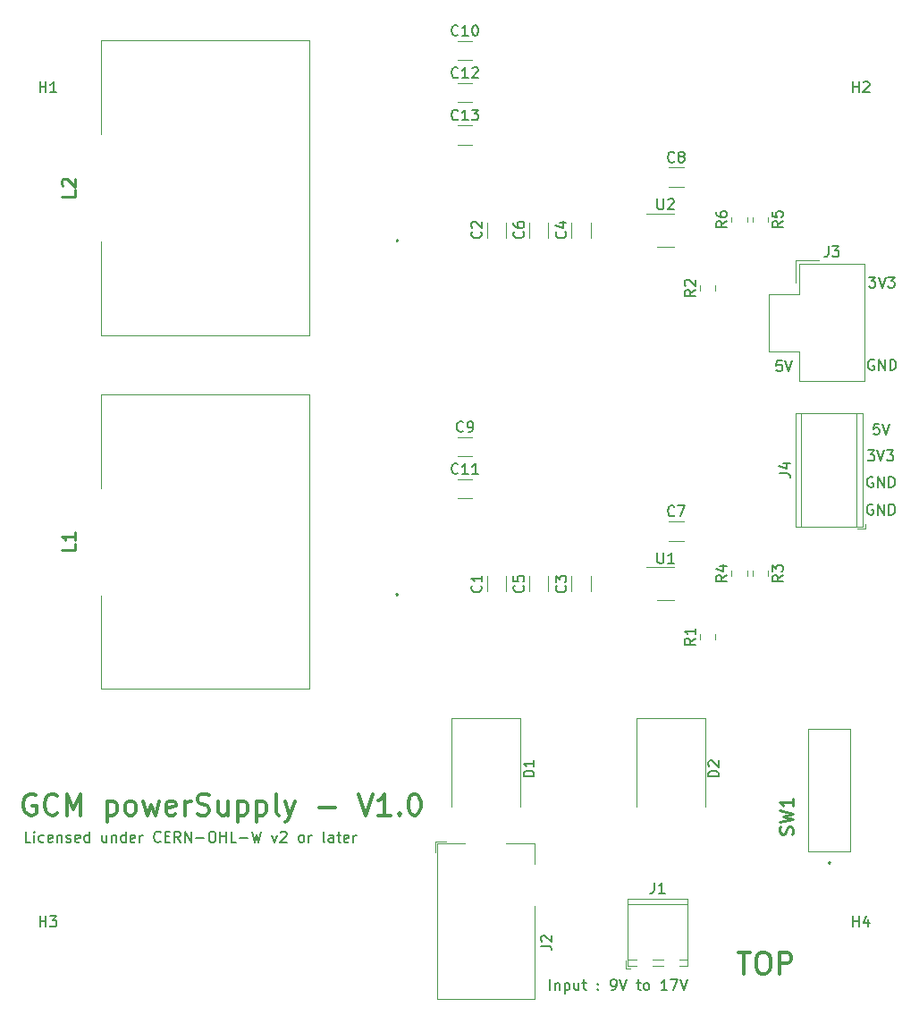
<source format=gbr>
%TF.GenerationSoftware,KiCad,Pcbnew,(5.1.8)-1*%
%TF.CreationDate,2021-03-29T18:58:24+02:00*%
%TF.ProjectId,GCM_powerSupply,47434d5f-706f-4776-9572-537570706c79,V1.0*%
%TF.SameCoordinates,PX43b5fc0PY29020c0*%
%TF.FileFunction,Legend,Top*%
%TF.FilePolarity,Positive*%
%FSLAX46Y46*%
G04 Gerber Fmt 4.6, Leading zero omitted, Abs format (unit mm)*
G04 Created by KiCad (PCBNEW (5.1.8)-1) date 2021-03-29 18:58:24*
%MOMM*%
%LPD*%
G01*
G04 APERTURE LIST*
%ADD10C,0.150000*%
%ADD11C,0.300000*%
%ADD12C,0.120000*%
%ADD13C,0.100000*%
%ADD14C,0.200000*%
%ADD15C,0.254000*%
G04 APERTURE END LIST*
D10*
X82238095Y-33800000D02*
X82142857Y-33752380D01*
X82000000Y-33752380D01*
X81857142Y-33800000D01*
X81761904Y-33895238D01*
X81714285Y-33990476D01*
X81666666Y-34180952D01*
X81666666Y-34323809D01*
X81714285Y-34514285D01*
X81761904Y-34609523D01*
X81857142Y-34704761D01*
X82000000Y-34752380D01*
X82095238Y-34752380D01*
X82238095Y-34704761D01*
X82285714Y-34657142D01*
X82285714Y-34323809D01*
X82095238Y-34323809D01*
X82714285Y-34752380D02*
X82714285Y-33752380D01*
X83285714Y-34752380D01*
X83285714Y-33752380D01*
X83761904Y-34752380D02*
X83761904Y-33752380D01*
X84000000Y-33752380D01*
X84142857Y-33800000D01*
X84238095Y-33895238D01*
X84285714Y-33990476D01*
X84333333Y-34180952D01*
X84333333Y-34323809D01*
X84285714Y-34514285D01*
X84238095Y-34609523D01*
X84142857Y-34704761D01*
X84000000Y-34752380D01*
X83761904Y-34752380D01*
X81761904Y-25952380D02*
X82380952Y-25952380D01*
X82047619Y-26333333D01*
X82190476Y-26333333D01*
X82285714Y-26380952D01*
X82333333Y-26428571D01*
X82380952Y-26523809D01*
X82380952Y-26761904D01*
X82333333Y-26857142D01*
X82285714Y-26904761D01*
X82190476Y-26952380D01*
X81904761Y-26952380D01*
X81809523Y-26904761D01*
X81761904Y-26857142D01*
X82666666Y-25952380D02*
X83000000Y-26952380D01*
X83333333Y-25952380D01*
X83571428Y-25952380D02*
X84190476Y-25952380D01*
X83857142Y-26333333D01*
X84000000Y-26333333D01*
X84095238Y-26380952D01*
X84142857Y-26428571D01*
X84190476Y-26523809D01*
X84190476Y-26761904D01*
X84142857Y-26857142D01*
X84095238Y-26904761D01*
X84000000Y-26952380D01*
X83714285Y-26952380D01*
X83619047Y-26904761D01*
X83571428Y-26857142D01*
X73509523Y-33852380D02*
X73033333Y-33852380D01*
X72985714Y-34328571D01*
X73033333Y-34280952D01*
X73128571Y-34233333D01*
X73366666Y-34233333D01*
X73461904Y-34280952D01*
X73509523Y-34328571D01*
X73557142Y-34423809D01*
X73557142Y-34661904D01*
X73509523Y-34757142D01*
X73461904Y-34804761D01*
X73366666Y-34852380D01*
X73128571Y-34852380D01*
X73033333Y-34804761D01*
X72985714Y-34757142D01*
X73842857Y-33852380D02*
X74176190Y-34852380D01*
X74509523Y-33852380D01*
X82138095Y-47500000D02*
X82042857Y-47452380D01*
X81900000Y-47452380D01*
X81757142Y-47500000D01*
X81661904Y-47595238D01*
X81614285Y-47690476D01*
X81566666Y-47880952D01*
X81566666Y-48023809D01*
X81614285Y-48214285D01*
X81661904Y-48309523D01*
X81757142Y-48404761D01*
X81900000Y-48452380D01*
X81995238Y-48452380D01*
X82138095Y-48404761D01*
X82185714Y-48357142D01*
X82185714Y-48023809D01*
X81995238Y-48023809D01*
X82614285Y-48452380D02*
X82614285Y-47452380D01*
X83185714Y-48452380D01*
X83185714Y-47452380D01*
X83661904Y-48452380D02*
X83661904Y-47452380D01*
X83900000Y-47452380D01*
X84042857Y-47500000D01*
X84138095Y-47595238D01*
X84185714Y-47690476D01*
X84233333Y-47880952D01*
X84233333Y-48023809D01*
X84185714Y-48214285D01*
X84138095Y-48309523D01*
X84042857Y-48404761D01*
X83900000Y-48452380D01*
X83661904Y-48452380D01*
X82138095Y-44900000D02*
X82042857Y-44852380D01*
X81900000Y-44852380D01*
X81757142Y-44900000D01*
X81661904Y-44995238D01*
X81614285Y-45090476D01*
X81566666Y-45280952D01*
X81566666Y-45423809D01*
X81614285Y-45614285D01*
X81661904Y-45709523D01*
X81757142Y-45804761D01*
X81900000Y-45852380D01*
X81995238Y-45852380D01*
X82138095Y-45804761D01*
X82185714Y-45757142D01*
X82185714Y-45423809D01*
X81995238Y-45423809D01*
X82614285Y-45852380D02*
X82614285Y-44852380D01*
X83185714Y-45852380D01*
X83185714Y-44852380D01*
X83661904Y-45852380D02*
X83661904Y-44852380D01*
X83900000Y-44852380D01*
X84042857Y-44900000D01*
X84138095Y-44995238D01*
X84185714Y-45090476D01*
X84233333Y-45280952D01*
X84233333Y-45423809D01*
X84185714Y-45614285D01*
X84138095Y-45709523D01*
X84042857Y-45804761D01*
X83900000Y-45852380D01*
X83661904Y-45852380D01*
X81661904Y-42352380D02*
X82280952Y-42352380D01*
X81947619Y-42733333D01*
X82090476Y-42733333D01*
X82185714Y-42780952D01*
X82233333Y-42828571D01*
X82280952Y-42923809D01*
X82280952Y-43161904D01*
X82233333Y-43257142D01*
X82185714Y-43304761D01*
X82090476Y-43352380D01*
X81804761Y-43352380D01*
X81709523Y-43304761D01*
X81661904Y-43257142D01*
X82566666Y-42352380D02*
X82900000Y-43352380D01*
X83233333Y-42352380D01*
X83471428Y-42352380D02*
X84090476Y-42352380D01*
X83757142Y-42733333D01*
X83900000Y-42733333D01*
X83995238Y-42780952D01*
X84042857Y-42828571D01*
X84090476Y-42923809D01*
X84090476Y-43161904D01*
X84042857Y-43257142D01*
X83995238Y-43304761D01*
X83900000Y-43352380D01*
X83614285Y-43352380D01*
X83519047Y-43304761D01*
X83471428Y-43257142D01*
X82709523Y-39852380D02*
X82233333Y-39852380D01*
X82185714Y-40328571D01*
X82233333Y-40280952D01*
X82328571Y-40233333D01*
X82566666Y-40233333D01*
X82661904Y-40280952D01*
X82709523Y-40328571D01*
X82757142Y-40423809D01*
X82757142Y-40661904D01*
X82709523Y-40757142D01*
X82661904Y-40804761D01*
X82566666Y-40852380D01*
X82328571Y-40852380D01*
X82233333Y-40804761D01*
X82185714Y-40757142D01*
X83042857Y-39852380D02*
X83376190Y-40852380D01*
X83709523Y-39852380D01*
X51571428Y-93452380D02*
X51571428Y-92452380D01*
X52047619Y-92785714D02*
X52047619Y-93452380D01*
X52047619Y-92880952D02*
X52095238Y-92833333D01*
X52190476Y-92785714D01*
X52333333Y-92785714D01*
X52428571Y-92833333D01*
X52476190Y-92928571D01*
X52476190Y-93452380D01*
X52952380Y-92785714D02*
X52952380Y-93785714D01*
X52952380Y-92833333D02*
X53047619Y-92785714D01*
X53238095Y-92785714D01*
X53333333Y-92833333D01*
X53380952Y-92880952D01*
X53428571Y-92976190D01*
X53428571Y-93261904D01*
X53380952Y-93357142D01*
X53333333Y-93404761D01*
X53238095Y-93452380D01*
X53047619Y-93452380D01*
X52952380Y-93404761D01*
X54285714Y-92785714D02*
X54285714Y-93452380D01*
X53857142Y-92785714D02*
X53857142Y-93309523D01*
X53904761Y-93404761D01*
X54000000Y-93452380D01*
X54142857Y-93452380D01*
X54238095Y-93404761D01*
X54285714Y-93357142D01*
X54619047Y-92785714D02*
X55000000Y-92785714D01*
X54761904Y-92452380D02*
X54761904Y-93309523D01*
X54809523Y-93404761D01*
X54904761Y-93452380D01*
X55000000Y-93452380D01*
X56095238Y-93357142D02*
X56142857Y-93404761D01*
X56095238Y-93452380D01*
X56047619Y-93404761D01*
X56095238Y-93357142D01*
X56095238Y-93452380D01*
X56095238Y-92833333D02*
X56142857Y-92880952D01*
X56095238Y-92928571D01*
X56047619Y-92880952D01*
X56095238Y-92833333D01*
X56095238Y-92928571D01*
X57380952Y-93452380D02*
X57571428Y-93452380D01*
X57666666Y-93404761D01*
X57714285Y-93357142D01*
X57809523Y-93214285D01*
X57857142Y-93023809D01*
X57857142Y-92642857D01*
X57809523Y-92547619D01*
X57761904Y-92500000D01*
X57666666Y-92452380D01*
X57476190Y-92452380D01*
X57380952Y-92500000D01*
X57333333Y-92547619D01*
X57285714Y-92642857D01*
X57285714Y-92880952D01*
X57333333Y-92976190D01*
X57380952Y-93023809D01*
X57476190Y-93071428D01*
X57666666Y-93071428D01*
X57761904Y-93023809D01*
X57809523Y-92976190D01*
X57857142Y-92880952D01*
X58142857Y-92452380D02*
X58476190Y-93452380D01*
X58809523Y-92452380D01*
X59761904Y-92785714D02*
X60142857Y-92785714D01*
X59904761Y-92452380D02*
X59904761Y-93309523D01*
X59952380Y-93404761D01*
X60047619Y-93452380D01*
X60142857Y-93452380D01*
X60619047Y-93452380D02*
X60523809Y-93404761D01*
X60476190Y-93357142D01*
X60428571Y-93261904D01*
X60428571Y-92976190D01*
X60476190Y-92880952D01*
X60523809Y-92833333D01*
X60619047Y-92785714D01*
X60761904Y-92785714D01*
X60857142Y-92833333D01*
X60904761Y-92880952D01*
X60952380Y-92976190D01*
X60952380Y-93261904D01*
X60904761Y-93357142D01*
X60857142Y-93404761D01*
X60761904Y-93452380D01*
X60619047Y-93452380D01*
X62666666Y-93452380D02*
X62095238Y-93452380D01*
X62380952Y-93452380D02*
X62380952Y-92452380D01*
X62285714Y-92595238D01*
X62190476Y-92690476D01*
X62095238Y-92738095D01*
X63000000Y-92452380D02*
X63666666Y-92452380D01*
X63238095Y-93452380D01*
X63904761Y-92452380D02*
X64238095Y-93452380D01*
X64571428Y-92452380D01*
D11*
X2833333Y-75000000D02*
X2642857Y-74904761D01*
X2357142Y-74904761D01*
X2071428Y-75000000D01*
X1880952Y-75190476D01*
X1785714Y-75380952D01*
X1690476Y-75761904D01*
X1690476Y-76047619D01*
X1785714Y-76428571D01*
X1880952Y-76619047D01*
X2071428Y-76809523D01*
X2357142Y-76904761D01*
X2547619Y-76904761D01*
X2833333Y-76809523D01*
X2928571Y-76714285D01*
X2928571Y-76047619D01*
X2547619Y-76047619D01*
X4928571Y-76714285D02*
X4833333Y-76809523D01*
X4547619Y-76904761D01*
X4357142Y-76904761D01*
X4071428Y-76809523D01*
X3880952Y-76619047D01*
X3785714Y-76428571D01*
X3690476Y-76047619D01*
X3690476Y-75761904D01*
X3785714Y-75380952D01*
X3880952Y-75190476D01*
X4071428Y-75000000D01*
X4357142Y-74904761D01*
X4547619Y-74904761D01*
X4833333Y-75000000D01*
X4928571Y-75095238D01*
X5785714Y-76904761D02*
X5785714Y-74904761D01*
X6452380Y-76333333D01*
X7119047Y-74904761D01*
X7119047Y-76904761D01*
X9595238Y-75571428D02*
X9595238Y-77571428D01*
X9595238Y-75666666D02*
X9785714Y-75571428D01*
X10166666Y-75571428D01*
X10357142Y-75666666D01*
X10452380Y-75761904D01*
X10547619Y-75952380D01*
X10547619Y-76523809D01*
X10452380Y-76714285D01*
X10357142Y-76809523D01*
X10166666Y-76904761D01*
X9785714Y-76904761D01*
X9595238Y-76809523D01*
X11690476Y-76904761D02*
X11500000Y-76809523D01*
X11404761Y-76714285D01*
X11309523Y-76523809D01*
X11309523Y-75952380D01*
X11404761Y-75761904D01*
X11500000Y-75666666D01*
X11690476Y-75571428D01*
X11976190Y-75571428D01*
X12166666Y-75666666D01*
X12261904Y-75761904D01*
X12357142Y-75952380D01*
X12357142Y-76523809D01*
X12261904Y-76714285D01*
X12166666Y-76809523D01*
X11976190Y-76904761D01*
X11690476Y-76904761D01*
X13023809Y-75571428D02*
X13404761Y-76904761D01*
X13785714Y-75952380D01*
X14166666Y-76904761D01*
X14547619Y-75571428D01*
X16071428Y-76809523D02*
X15880952Y-76904761D01*
X15500000Y-76904761D01*
X15309523Y-76809523D01*
X15214285Y-76619047D01*
X15214285Y-75857142D01*
X15309523Y-75666666D01*
X15500000Y-75571428D01*
X15880952Y-75571428D01*
X16071428Y-75666666D01*
X16166666Y-75857142D01*
X16166666Y-76047619D01*
X15214285Y-76238095D01*
X17023809Y-76904761D02*
X17023809Y-75571428D01*
X17023809Y-75952380D02*
X17119047Y-75761904D01*
X17214285Y-75666666D01*
X17404761Y-75571428D01*
X17595238Y-75571428D01*
X18166666Y-76809523D02*
X18452380Y-76904761D01*
X18928571Y-76904761D01*
X19119047Y-76809523D01*
X19214285Y-76714285D01*
X19309523Y-76523809D01*
X19309523Y-76333333D01*
X19214285Y-76142857D01*
X19119047Y-76047619D01*
X18928571Y-75952380D01*
X18547619Y-75857142D01*
X18357142Y-75761904D01*
X18261904Y-75666666D01*
X18166666Y-75476190D01*
X18166666Y-75285714D01*
X18261904Y-75095238D01*
X18357142Y-75000000D01*
X18547619Y-74904761D01*
X19023809Y-74904761D01*
X19309523Y-75000000D01*
X21023809Y-75571428D02*
X21023809Y-76904761D01*
X20166666Y-75571428D02*
X20166666Y-76619047D01*
X20261904Y-76809523D01*
X20452380Y-76904761D01*
X20738095Y-76904761D01*
X20928571Y-76809523D01*
X21023809Y-76714285D01*
X21976190Y-75571428D02*
X21976190Y-77571428D01*
X21976190Y-75666666D02*
X22166666Y-75571428D01*
X22547619Y-75571428D01*
X22738095Y-75666666D01*
X22833333Y-75761904D01*
X22928571Y-75952380D01*
X22928571Y-76523809D01*
X22833333Y-76714285D01*
X22738095Y-76809523D01*
X22547619Y-76904761D01*
X22166666Y-76904761D01*
X21976190Y-76809523D01*
X23785714Y-75571428D02*
X23785714Y-77571428D01*
X23785714Y-75666666D02*
X23976190Y-75571428D01*
X24357142Y-75571428D01*
X24547619Y-75666666D01*
X24642857Y-75761904D01*
X24738095Y-75952380D01*
X24738095Y-76523809D01*
X24642857Y-76714285D01*
X24547619Y-76809523D01*
X24357142Y-76904761D01*
X23976190Y-76904761D01*
X23785714Y-76809523D01*
X25880952Y-76904761D02*
X25690476Y-76809523D01*
X25595238Y-76619047D01*
X25595238Y-74904761D01*
X26452380Y-75571428D02*
X26928571Y-76904761D01*
X27404761Y-75571428D02*
X26928571Y-76904761D01*
X26738095Y-77380952D01*
X26642857Y-77476190D01*
X26452380Y-77571428D01*
X29690476Y-76142857D02*
X31214285Y-76142857D01*
X33404761Y-74904761D02*
X34071428Y-76904761D01*
X34738095Y-74904761D01*
X36452380Y-76904761D02*
X35309523Y-76904761D01*
X35880952Y-76904761D02*
X35880952Y-74904761D01*
X35690476Y-75190476D01*
X35500000Y-75380952D01*
X35309523Y-75476190D01*
X37309523Y-76714285D02*
X37404761Y-76809523D01*
X37309523Y-76904761D01*
X37214285Y-76809523D01*
X37309523Y-76714285D01*
X37309523Y-76904761D01*
X38642857Y-74904761D02*
X38833333Y-74904761D01*
X39023809Y-75000000D01*
X39119047Y-75095238D01*
X39214285Y-75285714D01*
X39309523Y-75666666D01*
X39309523Y-76142857D01*
X39214285Y-76523809D01*
X39119047Y-76714285D01*
X39023809Y-76809523D01*
X38833333Y-76904761D01*
X38642857Y-76904761D01*
X38452380Y-76809523D01*
X38357142Y-76714285D01*
X38261904Y-76523809D01*
X38166666Y-76142857D01*
X38166666Y-75666666D01*
X38261904Y-75285714D01*
X38357142Y-75095238D01*
X38452380Y-75000000D01*
X38642857Y-74904761D01*
D10*
X2380952Y-79452380D02*
X1904761Y-79452380D01*
X1904761Y-78452380D01*
X2714285Y-79452380D02*
X2714285Y-78785714D01*
X2714285Y-78452380D02*
X2666666Y-78500000D01*
X2714285Y-78547619D01*
X2761904Y-78500000D01*
X2714285Y-78452380D01*
X2714285Y-78547619D01*
X3619047Y-79404761D02*
X3523809Y-79452380D01*
X3333333Y-79452380D01*
X3238095Y-79404761D01*
X3190476Y-79357142D01*
X3142857Y-79261904D01*
X3142857Y-78976190D01*
X3190476Y-78880952D01*
X3238095Y-78833333D01*
X3333333Y-78785714D01*
X3523809Y-78785714D01*
X3619047Y-78833333D01*
X4428571Y-79404761D02*
X4333333Y-79452380D01*
X4142857Y-79452380D01*
X4047619Y-79404761D01*
X3999999Y-79309523D01*
X3999999Y-78928571D01*
X4047619Y-78833333D01*
X4142857Y-78785714D01*
X4333333Y-78785714D01*
X4428571Y-78833333D01*
X4476190Y-78928571D01*
X4476190Y-79023809D01*
X3999999Y-79119047D01*
X4904761Y-78785714D02*
X4904761Y-79452380D01*
X4904761Y-78880952D02*
X4952380Y-78833333D01*
X5047619Y-78785714D01*
X5190476Y-78785714D01*
X5285714Y-78833333D01*
X5333333Y-78928571D01*
X5333333Y-79452380D01*
X5761904Y-79404761D02*
X5857142Y-79452380D01*
X6047619Y-79452380D01*
X6142857Y-79404761D01*
X6190476Y-79309523D01*
X6190476Y-79261904D01*
X6142857Y-79166666D01*
X6047619Y-79119047D01*
X5904761Y-79119047D01*
X5809523Y-79071428D01*
X5761904Y-78976190D01*
X5761904Y-78928571D01*
X5809523Y-78833333D01*
X5904761Y-78785714D01*
X6047619Y-78785714D01*
X6142857Y-78833333D01*
X6999999Y-79404761D02*
X6904761Y-79452380D01*
X6714285Y-79452380D01*
X6619047Y-79404761D01*
X6571428Y-79309523D01*
X6571428Y-78928571D01*
X6619047Y-78833333D01*
X6714285Y-78785714D01*
X6904761Y-78785714D01*
X6999999Y-78833333D01*
X7047619Y-78928571D01*
X7047619Y-79023809D01*
X6571428Y-79119047D01*
X7904761Y-79452380D02*
X7904761Y-78452380D01*
X7904761Y-79404761D02*
X7809523Y-79452380D01*
X7619047Y-79452380D01*
X7523809Y-79404761D01*
X7476190Y-79357142D01*
X7428571Y-79261904D01*
X7428571Y-78976190D01*
X7476190Y-78880952D01*
X7523809Y-78833333D01*
X7619047Y-78785714D01*
X7809523Y-78785714D01*
X7904761Y-78833333D01*
X9571428Y-78785714D02*
X9571428Y-79452380D01*
X9142857Y-78785714D02*
X9142857Y-79309523D01*
X9190476Y-79404761D01*
X9285714Y-79452380D01*
X9428571Y-79452380D01*
X9523809Y-79404761D01*
X9571428Y-79357142D01*
X10047619Y-78785714D02*
X10047619Y-79452380D01*
X10047619Y-78880952D02*
X10095238Y-78833333D01*
X10190476Y-78785714D01*
X10333333Y-78785714D01*
X10428571Y-78833333D01*
X10476190Y-78928571D01*
X10476190Y-79452380D01*
X11380952Y-79452380D02*
X11380952Y-78452380D01*
X11380952Y-79404761D02*
X11285714Y-79452380D01*
X11095238Y-79452380D01*
X10999999Y-79404761D01*
X10952380Y-79357142D01*
X10904761Y-79261904D01*
X10904761Y-78976190D01*
X10952380Y-78880952D01*
X10999999Y-78833333D01*
X11095238Y-78785714D01*
X11285714Y-78785714D01*
X11380952Y-78833333D01*
X12238095Y-79404761D02*
X12142857Y-79452380D01*
X11952380Y-79452380D01*
X11857142Y-79404761D01*
X11809523Y-79309523D01*
X11809523Y-78928571D01*
X11857142Y-78833333D01*
X11952380Y-78785714D01*
X12142857Y-78785714D01*
X12238095Y-78833333D01*
X12285714Y-78928571D01*
X12285714Y-79023809D01*
X11809523Y-79119047D01*
X12714285Y-79452380D02*
X12714285Y-78785714D01*
X12714285Y-78976190D02*
X12761904Y-78880952D01*
X12809523Y-78833333D01*
X12904761Y-78785714D01*
X12999999Y-78785714D01*
X14666666Y-79357142D02*
X14619047Y-79404761D01*
X14476190Y-79452380D01*
X14380952Y-79452380D01*
X14238095Y-79404761D01*
X14142857Y-79309523D01*
X14095238Y-79214285D01*
X14047619Y-79023809D01*
X14047619Y-78880952D01*
X14095238Y-78690476D01*
X14142857Y-78595238D01*
X14238095Y-78500000D01*
X14380952Y-78452380D01*
X14476190Y-78452380D01*
X14619047Y-78500000D01*
X14666666Y-78547619D01*
X15095238Y-78928571D02*
X15428571Y-78928571D01*
X15571428Y-79452380D02*
X15095238Y-79452380D01*
X15095238Y-78452380D01*
X15571428Y-78452380D01*
X16571428Y-79452380D02*
X16238095Y-78976190D01*
X15999999Y-79452380D02*
X15999999Y-78452380D01*
X16380952Y-78452380D01*
X16476190Y-78500000D01*
X16523809Y-78547619D01*
X16571428Y-78642857D01*
X16571428Y-78785714D01*
X16523809Y-78880952D01*
X16476190Y-78928571D01*
X16380952Y-78976190D01*
X15999999Y-78976190D01*
X16999999Y-79452380D02*
X16999999Y-78452380D01*
X17571428Y-79452380D01*
X17571428Y-78452380D01*
X18047619Y-79071428D02*
X18809523Y-79071428D01*
X19476190Y-78452380D02*
X19666666Y-78452380D01*
X19761904Y-78500000D01*
X19857142Y-78595238D01*
X19904761Y-78785714D01*
X19904761Y-79119047D01*
X19857142Y-79309523D01*
X19761904Y-79404761D01*
X19666666Y-79452380D01*
X19476190Y-79452380D01*
X19380952Y-79404761D01*
X19285714Y-79309523D01*
X19238095Y-79119047D01*
X19238095Y-78785714D01*
X19285714Y-78595238D01*
X19380952Y-78500000D01*
X19476190Y-78452380D01*
X20333333Y-79452380D02*
X20333333Y-78452380D01*
X20333333Y-78928571D02*
X20904761Y-78928571D01*
X20904761Y-79452380D02*
X20904761Y-78452380D01*
X21857142Y-79452380D02*
X21380952Y-79452380D01*
X21380952Y-78452380D01*
X22190476Y-79071428D02*
X22952380Y-79071428D01*
X23333333Y-78452380D02*
X23571428Y-79452380D01*
X23761904Y-78738095D01*
X23952380Y-79452380D01*
X24190476Y-78452380D01*
X25238095Y-78785714D02*
X25476190Y-79452380D01*
X25714285Y-78785714D01*
X26047619Y-78547619D02*
X26095238Y-78500000D01*
X26190476Y-78452380D01*
X26428571Y-78452380D01*
X26523809Y-78500000D01*
X26571428Y-78547619D01*
X26619047Y-78642857D01*
X26619047Y-78738095D01*
X26571428Y-78880952D01*
X25999999Y-79452380D01*
X26619047Y-79452380D01*
X27952380Y-79452380D02*
X27857142Y-79404761D01*
X27809523Y-79357142D01*
X27761904Y-79261904D01*
X27761904Y-78976190D01*
X27809523Y-78880952D01*
X27857142Y-78833333D01*
X27952380Y-78785714D01*
X28095238Y-78785714D01*
X28190476Y-78833333D01*
X28238095Y-78880952D01*
X28285714Y-78976190D01*
X28285714Y-79261904D01*
X28238095Y-79357142D01*
X28190476Y-79404761D01*
X28095238Y-79452380D01*
X27952380Y-79452380D01*
X28714285Y-79452380D02*
X28714285Y-78785714D01*
X28714285Y-78976190D02*
X28761904Y-78880952D01*
X28809523Y-78833333D01*
X28904761Y-78785714D01*
X28999999Y-78785714D01*
X30238095Y-79452380D02*
X30142857Y-79404761D01*
X30095238Y-79309523D01*
X30095238Y-78452380D01*
X31047619Y-79452380D02*
X31047619Y-78928571D01*
X30999999Y-78833333D01*
X30904761Y-78785714D01*
X30714285Y-78785714D01*
X30619047Y-78833333D01*
X31047619Y-79404761D02*
X30952380Y-79452380D01*
X30714285Y-79452380D01*
X30619047Y-79404761D01*
X30571428Y-79309523D01*
X30571428Y-79214285D01*
X30619047Y-79119047D01*
X30714285Y-79071428D01*
X30952380Y-79071428D01*
X31047619Y-79023809D01*
X31380952Y-78785714D02*
X31761904Y-78785714D01*
X31523809Y-78452380D02*
X31523809Y-79309523D01*
X31571428Y-79404761D01*
X31666666Y-79452380D01*
X31761904Y-79452380D01*
X32476190Y-79404761D02*
X32380952Y-79452380D01*
X32190476Y-79452380D01*
X32095238Y-79404761D01*
X32047619Y-79309523D01*
X32047619Y-78928571D01*
X32095238Y-78833333D01*
X32190476Y-78785714D01*
X32380952Y-78785714D01*
X32476190Y-78833333D01*
X32523809Y-78928571D01*
X32523809Y-79023809D01*
X32047619Y-79119047D01*
X32952380Y-79452380D02*
X32952380Y-78785714D01*
X32952380Y-78976190D02*
X32999999Y-78880952D01*
X33047619Y-78833333D01*
X33142857Y-78785714D01*
X33238095Y-78785714D01*
D11*
X69380952Y-89904761D02*
X70523809Y-89904761D01*
X69952380Y-91904761D02*
X69952380Y-89904761D01*
X71571428Y-89904761D02*
X71952380Y-89904761D01*
X72142857Y-90000000D01*
X72333333Y-90190476D01*
X72428571Y-90571428D01*
X72428571Y-91238095D01*
X72333333Y-91619047D01*
X72142857Y-91809523D01*
X71952380Y-91904761D01*
X71571428Y-91904761D01*
X71380952Y-91809523D01*
X71190476Y-91619047D01*
X71095238Y-91238095D01*
X71095238Y-90571428D01*
X71190476Y-90190476D01*
X71380952Y-90000000D01*
X71571428Y-89904761D01*
X73285714Y-91904761D02*
X73285714Y-89904761D01*
X74047619Y-89904761D01*
X74238095Y-90000000D01*
X74333333Y-90095238D01*
X74428571Y-90285714D01*
X74428571Y-90571428D01*
X74333333Y-90761904D01*
X74238095Y-90857142D01*
X74047619Y-90952380D01*
X73285714Y-90952380D01*
D12*
%TO.C,C1*%
X47410000Y-55711252D02*
X47410000Y-54288748D01*
X45590000Y-55711252D02*
X45590000Y-54288748D01*
%TO.C,C2*%
X45590000Y-22211252D02*
X45590000Y-20788748D01*
X47410000Y-22211252D02*
X47410000Y-20788748D01*
%TO.C,C3*%
X53590000Y-55711252D02*
X53590000Y-54288748D01*
X55410000Y-55711252D02*
X55410000Y-54288748D01*
%TO.C,C4*%
X55410000Y-22211252D02*
X55410000Y-20788748D01*
X53590000Y-22211252D02*
X53590000Y-20788748D01*
%TO.C,C5*%
X51410000Y-55711252D02*
X51410000Y-54288748D01*
X49590000Y-55711252D02*
X49590000Y-54288748D01*
%TO.C,C6*%
X49590000Y-22211252D02*
X49590000Y-20788748D01*
X51410000Y-22211252D02*
X51410000Y-20788748D01*
%TO.C,C7*%
X62788748Y-49090000D02*
X64211252Y-49090000D01*
X62788748Y-50910000D02*
X64211252Y-50910000D01*
%TO.C,C8*%
X62788748Y-17410000D02*
X64211252Y-17410000D01*
X62788748Y-15590000D02*
X64211252Y-15590000D01*
%TO.C,C9*%
X42788748Y-41090000D02*
X44211252Y-41090000D01*
X42788748Y-42910000D02*
X44211252Y-42910000D01*
%TO.C,C10*%
X42788748Y-5410000D02*
X44211252Y-5410000D01*
X42788748Y-3590000D02*
X44211252Y-3590000D01*
%TO.C,C11*%
X42788748Y-45090000D02*
X44211252Y-45090000D01*
X42788748Y-46910000D02*
X44211252Y-46910000D01*
%TO.C,C12*%
X42788748Y-7590000D02*
X44211252Y-7590000D01*
X42788748Y-9410000D02*
X44211252Y-9410000D01*
%TO.C,C13*%
X42788748Y-13410000D02*
X44211252Y-13410000D01*
X42788748Y-11590000D02*
X44211252Y-11590000D01*
%TO.C,D1*%
X48750000Y-67700000D02*
X48750000Y-76100000D01*
X42250000Y-67700000D02*
X42250000Y-76100000D01*
X42250000Y-67700000D02*
X48750000Y-67700000D01*
%TO.C,D2*%
X59750000Y-67700000D02*
X66250000Y-67700000D01*
X59750000Y-67700000D02*
X59750000Y-76100000D01*
X66250000Y-67700000D02*
X66250000Y-76100000D01*
%TO.C,J1*%
X58940000Y-90600000D02*
X59710000Y-90600000D01*
X61290000Y-90600000D02*
X62250000Y-90600000D01*
X63830000Y-90600000D02*
X64600000Y-90600000D01*
X58940000Y-85300000D02*
X64600000Y-85300000D01*
X58940000Y-84840000D02*
X64600000Y-84840000D01*
X58940000Y-91160000D02*
X59710000Y-91160000D01*
X61290000Y-91160000D02*
X62250000Y-91160000D01*
X63830000Y-91160000D02*
X64600000Y-91160000D01*
X58940000Y-84840000D02*
X58940000Y-91160000D01*
X64600000Y-84840000D02*
X64600000Y-91160000D01*
X58700000Y-90660000D02*
X58700000Y-91400000D01*
X58700000Y-91400000D02*
X59200000Y-91400000D01*
%TO.C,J2*%
X41750000Y-79400000D02*
X40700000Y-79400000D01*
X40700000Y-80450000D02*
X40700000Y-79400000D01*
X50100000Y-85500000D02*
X50100000Y-94300000D01*
X50100000Y-94300000D02*
X40900000Y-94300000D01*
X47400000Y-79600000D02*
X50100000Y-79600000D01*
X50100000Y-79600000D02*
X50100000Y-81500000D01*
X40900000Y-94300000D02*
X40900000Y-79600000D01*
X40900000Y-79600000D02*
X43500000Y-79600000D01*
%TO.C,J3*%
X81350000Y-30250000D02*
X81350000Y-24670000D01*
X81350000Y-24670000D02*
X75150000Y-24670000D01*
X75150000Y-24670000D02*
X75150000Y-27540000D01*
X75150000Y-27540000D02*
X72290000Y-27540000D01*
X72290000Y-27540000D02*
X72290000Y-30250000D01*
X81350000Y-30250000D02*
X81350000Y-35830000D01*
X81350000Y-35830000D02*
X75150000Y-35830000D01*
X75150000Y-35830000D02*
X75150000Y-32960000D01*
X75150000Y-32960000D02*
X72290000Y-32960000D01*
X72290000Y-32960000D02*
X72290000Y-30250000D01*
X77000000Y-24370000D02*
X74850000Y-24370000D01*
X74850000Y-24370000D02*
X74850000Y-26500000D01*
%TO.C,J4*%
X80600000Y-49560000D02*
X80600000Y-38820000D01*
X75300000Y-49560000D02*
X75300000Y-38820000D01*
X74840000Y-49560000D02*
X74840000Y-38820000D01*
X81160000Y-49560000D02*
X81160000Y-38820000D01*
X74840000Y-49560000D02*
X81160000Y-49560000D01*
X74840000Y-38820000D02*
X81160000Y-38820000D01*
X80660000Y-49800000D02*
X81400000Y-49800000D01*
X81400000Y-49800000D02*
X81400000Y-49300000D01*
D13*
%TO.C,L1*%
X9000000Y-56075000D02*
X9000000Y-64950000D01*
X9000000Y-64950000D02*
X28800000Y-64950000D01*
X28800000Y-64950000D02*
X28800000Y-37050000D01*
X28800000Y-37050000D02*
X9000000Y-37050000D01*
X9000000Y-37050000D02*
X9000000Y-45925000D01*
D14*
X37100000Y-56100000D02*
X37100000Y-56100000D01*
X37100000Y-55900000D02*
X37100000Y-55900000D01*
X37100000Y-56100000D02*
G75*
G03*
X37100000Y-55900000I0J100000D01*
G01*
X37100000Y-55900000D02*
G75*
G03*
X37100000Y-56100000I0J-100000D01*
G01*
%TO.C,L2*%
X37100000Y-22400000D02*
X37100000Y-22400000D01*
X37100000Y-22600000D02*
X37100000Y-22600000D01*
D13*
X9000000Y-3550000D02*
X9000000Y-12425000D01*
X28800000Y-3550000D02*
X9000000Y-3550000D01*
X28800000Y-31450000D02*
X28800000Y-3550000D01*
X9000000Y-31450000D02*
X28800000Y-31450000D01*
X9000000Y-22575000D02*
X9000000Y-31450000D01*
D14*
X37100000Y-22400000D02*
G75*
G03*
X37100000Y-22600000I0J-100000D01*
G01*
X37100000Y-22600000D02*
G75*
G03*
X37100000Y-22400000I0J100000D01*
G01*
D12*
%TO.C,R1*%
X67235000Y-60227064D02*
X67235000Y-59772936D01*
X65765000Y-60227064D02*
X65765000Y-59772936D01*
%TO.C,R2*%
X65765000Y-27227064D02*
X65765000Y-26772936D01*
X67235000Y-27227064D02*
X67235000Y-26772936D01*
%TO.C,R3*%
X70765000Y-53772936D02*
X70765000Y-54227064D01*
X72235000Y-53772936D02*
X72235000Y-54227064D01*
%TO.C,R4*%
X68765000Y-54227064D02*
X68765000Y-53772936D01*
X70235000Y-54227064D02*
X70235000Y-53772936D01*
%TO.C,R5*%
X70765000Y-20272936D02*
X70765000Y-20727064D01*
X72235000Y-20272936D02*
X72235000Y-20727064D01*
%TO.C,R6*%
X68765000Y-20727064D02*
X68765000Y-20272936D01*
X70235000Y-20727064D02*
X70235000Y-20272936D01*
%TO.C,U1*%
X62500000Y-56560000D02*
X63300000Y-56560000D01*
X62500000Y-56560000D02*
X61700000Y-56560000D01*
X62500000Y-53440000D02*
X63300000Y-53440000D01*
X62500000Y-53440000D02*
X60700000Y-53440000D01*
%TO.C,U2*%
X62500000Y-19940000D02*
X60700000Y-19940000D01*
X62500000Y-19940000D02*
X63300000Y-19940000D01*
X62500000Y-23060000D02*
X61700000Y-23060000D01*
X62500000Y-23060000D02*
X63300000Y-23060000D01*
D13*
%TO.C,SW1*%
X76000000Y-80300000D02*
X76000000Y-68700000D01*
X76000000Y-68700000D02*
X80000000Y-68700000D01*
X80000000Y-68700000D02*
X80000000Y-80300000D01*
X80000000Y-80300000D02*
X76000000Y-80300000D01*
D14*
X78000000Y-81500000D02*
X78000000Y-81500000D01*
X78000000Y-81300000D02*
X78000000Y-81300000D01*
X78000000Y-81300000D02*
G75*
G02*
X78000000Y-81500000I0J-100000D01*
G01*
X78000000Y-81500000D02*
G75*
G02*
X78000000Y-81300000I0J100000D01*
G01*
%TO.C,C1*%
D10*
X45007142Y-55166666D02*
X45054761Y-55214285D01*
X45102380Y-55357142D01*
X45102380Y-55452380D01*
X45054761Y-55595238D01*
X44959523Y-55690476D01*
X44864285Y-55738095D01*
X44673809Y-55785714D01*
X44530952Y-55785714D01*
X44340476Y-55738095D01*
X44245238Y-55690476D01*
X44150000Y-55595238D01*
X44102380Y-55452380D01*
X44102380Y-55357142D01*
X44150000Y-55214285D01*
X44197619Y-55166666D01*
X45102380Y-54214285D02*
X45102380Y-54785714D01*
X45102380Y-54500000D02*
X44102380Y-54500000D01*
X44245238Y-54595238D01*
X44340476Y-54690476D01*
X44388095Y-54785714D01*
%TO.C,C2*%
X45007142Y-21666666D02*
X45054761Y-21714285D01*
X45102380Y-21857142D01*
X45102380Y-21952380D01*
X45054761Y-22095238D01*
X44959523Y-22190476D01*
X44864285Y-22238095D01*
X44673809Y-22285714D01*
X44530952Y-22285714D01*
X44340476Y-22238095D01*
X44245238Y-22190476D01*
X44150000Y-22095238D01*
X44102380Y-21952380D01*
X44102380Y-21857142D01*
X44150000Y-21714285D01*
X44197619Y-21666666D01*
X44197619Y-21285714D02*
X44150000Y-21238095D01*
X44102380Y-21142857D01*
X44102380Y-20904761D01*
X44150000Y-20809523D01*
X44197619Y-20761904D01*
X44292857Y-20714285D01*
X44388095Y-20714285D01*
X44530952Y-20761904D01*
X45102380Y-21333333D01*
X45102380Y-20714285D01*
%TO.C,C3*%
X53007142Y-55166666D02*
X53054761Y-55214285D01*
X53102380Y-55357142D01*
X53102380Y-55452380D01*
X53054761Y-55595238D01*
X52959523Y-55690476D01*
X52864285Y-55738095D01*
X52673809Y-55785714D01*
X52530952Y-55785714D01*
X52340476Y-55738095D01*
X52245238Y-55690476D01*
X52150000Y-55595238D01*
X52102380Y-55452380D01*
X52102380Y-55357142D01*
X52150000Y-55214285D01*
X52197619Y-55166666D01*
X52102380Y-54833333D02*
X52102380Y-54214285D01*
X52483333Y-54547619D01*
X52483333Y-54404761D01*
X52530952Y-54309523D01*
X52578571Y-54261904D01*
X52673809Y-54214285D01*
X52911904Y-54214285D01*
X53007142Y-54261904D01*
X53054761Y-54309523D01*
X53102380Y-54404761D01*
X53102380Y-54690476D01*
X53054761Y-54785714D01*
X53007142Y-54833333D01*
%TO.C,C4*%
X53007142Y-21666666D02*
X53054761Y-21714285D01*
X53102380Y-21857142D01*
X53102380Y-21952380D01*
X53054761Y-22095238D01*
X52959523Y-22190476D01*
X52864285Y-22238095D01*
X52673809Y-22285714D01*
X52530952Y-22285714D01*
X52340476Y-22238095D01*
X52245238Y-22190476D01*
X52150000Y-22095238D01*
X52102380Y-21952380D01*
X52102380Y-21857142D01*
X52150000Y-21714285D01*
X52197619Y-21666666D01*
X52435714Y-20809523D02*
X53102380Y-20809523D01*
X52054761Y-21047619D02*
X52769047Y-21285714D01*
X52769047Y-20666666D01*
%TO.C,C5*%
X49007142Y-55166666D02*
X49054761Y-55214285D01*
X49102380Y-55357142D01*
X49102380Y-55452380D01*
X49054761Y-55595238D01*
X48959523Y-55690476D01*
X48864285Y-55738095D01*
X48673809Y-55785714D01*
X48530952Y-55785714D01*
X48340476Y-55738095D01*
X48245238Y-55690476D01*
X48150000Y-55595238D01*
X48102380Y-55452380D01*
X48102380Y-55357142D01*
X48150000Y-55214285D01*
X48197619Y-55166666D01*
X48102380Y-54261904D02*
X48102380Y-54738095D01*
X48578571Y-54785714D01*
X48530952Y-54738095D01*
X48483333Y-54642857D01*
X48483333Y-54404761D01*
X48530952Y-54309523D01*
X48578571Y-54261904D01*
X48673809Y-54214285D01*
X48911904Y-54214285D01*
X49007142Y-54261904D01*
X49054761Y-54309523D01*
X49102380Y-54404761D01*
X49102380Y-54642857D01*
X49054761Y-54738095D01*
X49007142Y-54785714D01*
%TO.C,C6*%
X49007142Y-21666666D02*
X49054761Y-21714285D01*
X49102380Y-21857142D01*
X49102380Y-21952380D01*
X49054761Y-22095238D01*
X48959523Y-22190476D01*
X48864285Y-22238095D01*
X48673809Y-22285714D01*
X48530952Y-22285714D01*
X48340476Y-22238095D01*
X48245238Y-22190476D01*
X48150000Y-22095238D01*
X48102380Y-21952380D01*
X48102380Y-21857142D01*
X48150000Y-21714285D01*
X48197619Y-21666666D01*
X48102380Y-20809523D02*
X48102380Y-21000000D01*
X48150000Y-21095238D01*
X48197619Y-21142857D01*
X48340476Y-21238095D01*
X48530952Y-21285714D01*
X48911904Y-21285714D01*
X49007142Y-21238095D01*
X49054761Y-21190476D01*
X49102380Y-21095238D01*
X49102380Y-20904761D01*
X49054761Y-20809523D01*
X49007142Y-20761904D01*
X48911904Y-20714285D01*
X48673809Y-20714285D01*
X48578571Y-20761904D01*
X48530952Y-20809523D01*
X48483333Y-20904761D01*
X48483333Y-21095238D01*
X48530952Y-21190476D01*
X48578571Y-21238095D01*
X48673809Y-21285714D01*
%TO.C,C7*%
X63333333Y-48507142D02*
X63285714Y-48554761D01*
X63142857Y-48602380D01*
X63047619Y-48602380D01*
X62904761Y-48554761D01*
X62809523Y-48459523D01*
X62761904Y-48364285D01*
X62714285Y-48173809D01*
X62714285Y-48030952D01*
X62761904Y-47840476D01*
X62809523Y-47745238D01*
X62904761Y-47650000D01*
X63047619Y-47602380D01*
X63142857Y-47602380D01*
X63285714Y-47650000D01*
X63333333Y-47697619D01*
X63666666Y-47602380D02*
X64333333Y-47602380D01*
X63904761Y-48602380D01*
%TO.C,C8*%
X63333333Y-15007142D02*
X63285714Y-15054761D01*
X63142857Y-15102380D01*
X63047619Y-15102380D01*
X62904761Y-15054761D01*
X62809523Y-14959523D01*
X62761904Y-14864285D01*
X62714285Y-14673809D01*
X62714285Y-14530952D01*
X62761904Y-14340476D01*
X62809523Y-14245238D01*
X62904761Y-14150000D01*
X63047619Y-14102380D01*
X63142857Y-14102380D01*
X63285714Y-14150000D01*
X63333333Y-14197619D01*
X63904761Y-14530952D02*
X63809523Y-14483333D01*
X63761904Y-14435714D01*
X63714285Y-14340476D01*
X63714285Y-14292857D01*
X63761904Y-14197619D01*
X63809523Y-14150000D01*
X63904761Y-14102380D01*
X64095238Y-14102380D01*
X64190476Y-14150000D01*
X64238095Y-14197619D01*
X64285714Y-14292857D01*
X64285714Y-14340476D01*
X64238095Y-14435714D01*
X64190476Y-14483333D01*
X64095238Y-14530952D01*
X63904761Y-14530952D01*
X63809523Y-14578571D01*
X63761904Y-14626190D01*
X63714285Y-14721428D01*
X63714285Y-14911904D01*
X63761904Y-15007142D01*
X63809523Y-15054761D01*
X63904761Y-15102380D01*
X64095238Y-15102380D01*
X64190476Y-15054761D01*
X64238095Y-15007142D01*
X64285714Y-14911904D01*
X64285714Y-14721428D01*
X64238095Y-14626190D01*
X64190476Y-14578571D01*
X64095238Y-14530952D01*
%TO.C,C9*%
X43333333Y-40507142D02*
X43285714Y-40554761D01*
X43142857Y-40602380D01*
X43047619Y-40602380D01*
X42904761Y-40554761D01*
X42809523Y-40459523D01*
X42761904Y-40364285D01*
X42714285Y-40173809D01*
X42714285Y-40030952D01*
X42761904Y-39840476D01*
X42809523Y-39745238D01*
X42904761Y-39650000D01*
X43047619Y-39602380D01*
X43142857Y-39602380D01*
X43285714Y-39650000D01*
X43333333Y-39697619D01*
X43809523Y-40602380D02*
X44000000Y-40602380D01*
X44095238Y-40554761D01*
X44142857Y-40507142D01*
X44238095Y-40364285D01*
X44285714Y-40173809D01*
X44285714Y-39792857D01*
X44238095Y-39697619D01*
X44190476Y-39650000D01*
X44095238Y-39602380D01*
X43904761Y-39602380D01*
X43809523Y-39650000D01*
X43761904Y-39697619D01*
X43714285Y-39792857D01*
X43714285Y-40030952D01*
X43761904Y-40126190D01*
X43809523Y-40173809D01*
X43904761Y-40221428D01*
X44095238Y-40221428D01*
X44190476Y-40173809D01*
X44238095Y-40126190D01*
X44285714Y-40030952D01*
%TO.C,C10*%
X42857142Y-3007142D02*
X42809523Y-3054761D01*
X42666666Y-3102380D01*
X42571428Y-3102380D01*
X42428571Y-3054761D01*
X42333333Y-2959523D01*
X42285714Y-2864285D01*
X42238095Y-2673809D01*
X42238095Y-2530952D01*
X42285714Y-2340476D01*
X42333333Y-2245238D01*
X42428571Y-2150000D01*
X42571428Y-2102380D01*
X42666666Y-2102380D01*
X42809523Y-2150000D01*
X42857142Y-2197619D01*
X43809523Y-3102380D02*
X43238095Y-3102380D01*
X43523809Y-3102380D02*
X43523809Y-2102380D01*
X43428571Y-2245238D01*
X43333333Y-2340476D01*
X43238095Y-2388095D01*
X44428571Y-2102380D02*
X44523809Y-2102380D01*
X44619047Y-2150000D01*
X44666666Y-2197619D01*
X44714285Y-2292857D01*
X44761904Y-2483333D01*
X44761904Y-2721428D01*
X44714285Y-2911904D01*
X44666666Y-3007142D01*
X44619047Y-3054761D01*
X44523809Y-3102380D01*
X44428571Y-3102380D01*
X44333333Y-3054761D01*
X44285714Y-3007142D01*
X44238095Y-2911904D01*
X44190476Y-2721428D01*
X44190476Y-2483333D01*
X44238095Y-2292857D01*
X44285714Y-2197619D01*
X44333333Y-2150000D01*
X44428571Y-2102380D01*
%TO.C,C11*%
X42857142Y-44507142D02*
X42809523Y-44554761D01*
X42666666Y-44602380D01*
X42571428Y-44602380D01*
X42428571Y-44554761D01*
X42333333Y-44459523D01*
X42285714Y-44364285D01*
X42238095Y-44173809D01*
X42238095Y-44030952D01*
X42285714Y-43840476D01*
X42333333Y-43745238D01*
X42428571Y-43650000D01*
X42571428Y-43602380D01*
X42666666Y-43602380D01*
X42809523Y-43650000D01*
X42857142Y-43697619D01*
X43809523Y-44602380D02*
X43238095Y-44602380D01*
X43523809Y-44602380D02*
X43523809Y-43602380D01*
X43428571Y-43745238D01*
X43333333Y-43840476D01*
X43238095Y-43888095D01*
X44761904Y-44602380D02*
X44190476Y-44602380D01*
X44476190Y-44602380D02*
X44476190Y-43602380D01*
X44380952Y-43745238D01*
X44285714Y-43840476D01*
X44190476Y-43888095D01*
%TO.C,C12*%
X42857142Y-7007142D02*
X42809523Y-7054761D01*
X42666666Y-7102380D01*
X42571428Y-7102380D01*
X42428571Y-7054761D01*
X42333333Y-6959523D01*
X42285714Y-6864285D01*
X42238095Y-6673809D01*
X42238095Y-6530952D01*
X42285714Y-6340476D01*
X42333333Y-6245238D01*
X42428571Y-6150000D01*
X42571428Y-6102380D01*
X42666666Y-6102380D01*
X42809523Y-6150000D01*
X42857142Y-6197619D01*
X43809523Y-7102380D02*
X43238095Y-7102380D01*
X43523809Y-7102380D02*
X43523809Y-6102380D01*
X43428571Y-6245238D01*
X43333333Y-6340476D01*
X43238095Y-6388095D01*
X44190476Y-6197619D02*
X44238095Y-6150000D01*
X44333333Y-6102380D01*
X44571428Y-6102380D01*
X44666666Y-6150000D01*
X44714285Y-6197619D01*
X44761904Y-6292857D01*
X44761904Y-6388095D01*
X44714285Y-6530952D01*
X44142857Y-7102380D01*
X44761904Y-7102380D01*
%TO.C,C13*%
X42857142Y-11007142D02*
X42809523Y-11054761D01*
X42666666Y-11102380D01*
X42571428Y-11102380D01*
X42428571Y-11054761D01*
X42333333Y-10959523D01*
X42285714Y-10864285D01*
X42238095Y-10673809D01*
X42238095Y-10530952D01*
X42285714Y-10340476D01*
X42333333Y-10245238D01*
X42428571Y-10150000D01*
X42571428Y-10102380D01*
X42666666Y-10102380D01*
X42809523Y-10150000D01*
X42857142Y-10197619D01*
X43809523Y-11102380D02*
X43238095Y-11102380D01*
X43523809Y-11102380D02*
X43523809Y-10102380D01*
X43428571Y-10245238D01*
X43333333Y-10340476D01*
X43238095Y-10388095D01*
X44142857Y-10102380D02*
X44761904Y-10102380D01*
X44428571Y-10483333D01*
X44571428Y-10483333D01*
X44666666Y-10530952D01*
X44714285Y-10578571D01*
X44761904Y-10673809D01*
X44761904Y-10911904D01*
X44714285Y-11007142D01*
X44666666Y-11054761D01*
X44571428Y-11102380D01*
X44285714Y-11102380D01*
X44190476Y-11054761D01*
X44142857Y-11007142D01*
%TO.C,D1*%
X50052380Y-73238095D02*
X49052380Y-73238095D01*
X49052380Y-73000000D01*
X49100000Y-72857142D01*
X49195238Y-72761904D01*
X49290476Y-72714285D01*
X49480952Y-72666666D01*
X49623809Y-72666666D01*
X49814285Y-72714285D01*
X49909523Y-72761904D01*
X50004761Y-72857142D01*
X50052380Y-73000000D01*
X50052380Y-73238095D01*
X50052380Y-71714285D02*
X50052380Y-72285714D01*
X50052380Y-72000000D02*
X49052380Y-72000000D01*
X49195238Y-72095238D01*
X49290476Y-72190476D01*
X49338095Y-72285714D01*
%TO.C,D2*%
X67552380Y-73238095D02*
X66552380Y-73238095D01*
X66552380Y-73000000D01*
X66600000Y-72857142D01*
X66695238Y-72761904D01*
X66790476Y-72714285D01*
X66980952Y-72666666D01*
X67123809Y-72666666D01*
X67314285Y-72714285D01*
X67409523Y-72761904D01*
X67504761Y-72857142D01*
X67552380Y-73000000D01*
X67552380Y-73238095D01*
X66647619Y-72285714D02*
X66600000Y-72238095D01*
X66552380Y-72142857D01*
X66552380Y-71904761D01*
X66600000Y-71809523D01*
X66647619Y-71761904D01*
X66742857Y-71714285D01*
X66838095Y-71714285D01*
X66980952Y-71761904D01*
X67552380Y-72333333D01*
X67552380Y-71714285D01*
%TO.C,J1*%
X61436666Y-83292380D02*
X61436666Y-84006666D01*
X61389047Y-84149523D01*
X61293809Y-84244761D01*
X61150952Y-84292380D01*
X61055714Y-84292380D01*
X62436666Y-84292380D02*
X61865238Y-84292380D01*
X62150952Y-84292380D02*
X62150952Y-83292380D01*
X62055714Y-83435238D01*
X61960476Y-83530476D01*
X61865238Y-83578095D01*
%TO.C,J2*%
X50702380Y-89283333D02*
X51416666Y-89283333D01*
X51559523Y-89330952D01*
X51654761Y-89426190D01*
X51702380Y-89569047D01*
X51702380Y-89664285D01*
X50797619Y-88854761D02*
X50750000Y-88807142D01*
X50702380Y-88711904D01*
X50702380Y-88473809D01*
X50750000Y-88378571D01*
X50797619Y-88330952D01*
X50892857Y-88283333D01*
X50988095Y-88283333D01*
X51130952Y-88330952D01*
X51702380Y-88902380D01*
X51702380Y-88283333D01*
%TO.C,J3*%
X77916666Y-23032380D02*
X77916666Y-23746666D01*
X77869047Y-23889523D01*
X77773809Y-23984761D01*
X77630952Y-24032380D01*
X77535714Y-24032380D01*
X78297619Y-23032380D02*
X78916666Y-23032380D01*
X78583333Y-23413333D01*
X78726190Y-23413333D01*
X78821428Y-23460952D01*
X78869047Y-23508571D01*
X78916666Y-23603809D01*
X78916666Y-23841904D01*
X78869047Y-23937142D01*
X78821428Y-23984761D01*
X78726190Y-24032380D01*
X78440476Y-24032380D01*
X78345238Y-23984761D01*
X78297619Y-23937142D01*
%TO.C,J4*%
X73292380Y-44523333D02*
X74006666Y-44523333D01*
X74149523Y-44570952D01*
X74244761Y-44666190D01*
X74292380Y-44809047D01*
X74292380Y-44904285D01*
X73625714Y-43618571D02*
X74292380Y-43618571D01*
X73244761Y-43856666D02*
X73959047Y-44094761D01*
X73959047Y-43475714D01*
%TO.C,L1*%
D15*
X6574523Y-51211666D02*
X6574523Y-51816428D01*
X5304523Y-51816428D01*
X6574523Y-50123095D02*
X6574523Y-50848809D01*
X6574523Y-50485952D02*
X5304523Y-50485952D01*
X5485952Y-50606904D01*
X5606904Y-50727857D01*
X5667380Y-50848809D01*
%TO.C,L2*%
X6574523Y-17711666D02*
X6574523Y-18316428D01*
X5304523Y-18316428D01*
X5425476Y-17348809D02*
X5365000Y-17288333D01*
X5304523Y-17167380D01*
X5304523Y-16865000D01*
X5365000Y-16744047D01*
X5425476Y-16683571D01*
X5546428Y-16623095D01*
X5667380Y-16623095D01*
X5848809Y-16683571D01*
X6574523Y-17409285D01*
X6574523Y-16623095D01*
%TO.C,R1*%
D10*
X65302380Y-60166666D02*
X64826190Y-60500000D01*
X65302380Y-60738095D02*
X64302380Y-60738095D01*
X64302380Y-60357142D01*
X64350000Y-60261904D01*
X64397619Y-60214285D01*
X64492857Y-60166666D01*
X64635714Y-60166666D01*
X64730952Y-60214285D01*
X64778571Y-60261904D01*
X64826190Y-60357142D01*
X64826190Y-60738095D01*
X65302380Y-59214285D02*
X65302380Y-59785714D01*
X65302380Y-59500000D02*
X64302380Y-59500000D01*
X64445238Y-59595238D01*
X64540476Y-59690476D01*
X64588095Y-59785714D01*
%TO.C,R2*%
X65302380Y-27166666D02*
X64826190Y-27500000D01*
X65302380Y-27738095D02*
X64302380Y-27738095D01*
X64302380Y-27357142D01*
X64350000Y-27261904D01*
X64397619Y-27214285D01*
X64492857Y-27166666D01*
X64635714Y-27166666D01*
X64730952Y-27214285D01*
X64778571Y-27261904D01*
X64826190Y-27357142D01*
X64826190Y-27738095D01*
X64397619Y-26785714D02*
X64350000Y-26738095D01*
X64302380Y-26642857D01*
X64302380Y-26404761D01*
X64350000Y-26309523D01*
X64397619Y-26261904D01*
X64492857Y-26214285D01*
X64588095Y-26214285D01*
X64730952Y-26261904D01*
X65302380Y-26833333D01*
X65302380Y-26214285D01*
%TO.C,R3*%
X73602380Y-54166666D02*
X73126190Y-54500000D01*
X73602380Y-54738095D02*
X72602380Y-54738095D01*
X72602380Y-54357142D01*
X72650000Y-54261904D01*
X72697619Y-54214285D01*
X72792857Y-54166666D01*
X72935714Y-54166666D01*
X73030952Y-54214285D01*
X73078571Y-54261904D01*
X73126190Y-54357142D01*
X73126190Y-54738095D01*
X72602380Y-53833333D02*
X72602380Y-53214285D01*
X72983333Y-53547619D01*
X72983333Y-53404761D01*
X73030952Y-53309523D01*
X73078571Y-53261904D01*
X73173809Y-53214285D01*
X73411904Y-53214285D01*
X73507142Y-53261904D01*
X73554761Y-53309523D01*
X73602380Y-53404761D01*
X73602380Y-53690476D01*
X73554761Y-53785714D01*
X73507142Y-53833333D01*
%TO.C,R4*%
X68302380Y-54166666D02*
X67826190Y-54500000D01*
X68302380Y-54738095D02*
X67302380Y-54738095D01*
X67302380Y-54357142D01*
X67350000Y-54261904D01*
X67397619Y-54214285D01*
X67492857Y-54166666D01*
X67635714Y-54166666D01*
X67730952Y-54214285D01*
X67778571Y-54261904D01*
X67826190Y-54357142D01*
X67826190Y-54738095D01*
X67635714Y-53309523D02*
X68302380Y-53309523D01*
X67254761Y-53547619D02*
X67969047Y-53785714D01*
X67969047Y-53166666D01*
%TO.C,R5*%
X73602380Y-20666666D02*
X73126190Y-21000000D01*
X73602380Y-21238095D02*
X72602380Y-21238095D01*
X72602380Y-20857142D01*
X72650000Y-20761904D01*
X72697619Y-20714285D01*
X72792857Y-20666666D01*
X72935714Y-20666666D01*
X73030952Y-20714285D01*
X73078571Y-20761904D01*
X73126190Y-20857142D01*
X73126190Y-21238095D01*
X72602380Y-19761904D02*
X72602380Y-20238095D01*
X73078571Y-20285714D01*
X73030952Y-20238095D01*
X72983333Y-20142857D01*
X72983333Y-19904761D01*
X73030952Y-19809523D01*
X73078571Y-19761904D01*
X73173809Y-19714285D01*
X73411904Y-19714285D01*
X73507142Y-19761904D01*
X73554761Y-19809523D01*
X73602380Y-19904761D01*
X73602380Y-20142857D01*
X73554761Y-20238095D01*
X73507142Y-20285714D01*
%TO.C,R6*%
X68302380Y-20666666D02*
X67826190Y-21000000D01*
X68302380Y-21238095D02*
X67302380Y-21238095D01*
X67302380Y-20857142D01*
X67350000Y-20761904D01*
X67397619Y-20714285D01*
X67492857Y-20666666D01*
X67635714Y-20666666D01*
X67730952Y-20714285D01*
X67778571Y-20761904D01*
X67826190Y-20857142D01*
X67826190Y-21238095D01*
X67302380Y-19809523D02*
X67302380Y-20000000D01*
X67350000Y-20095238D01*
X67397619Y-20142857D01*
X67540476Y-20238095D01*
X67730952Y-20285714D01*
X68111904Y-20285714D01*
X68207142Y-20238095D01*
X68254761Y-20190476D01*
X68302380Y-20095238D01*
X68302380Y-19904761D01*
X68254761Y-19809523D01*
X68207142Y-19761904D01*
X68111904Y-19714285D01*
X67873809Y-19714285D01*
X67778571Y-19761904D01*
X67730952Y-19809523D01*
X67683333Y-19904761D01*
X67683333Y-20095238D01*
X67730952Y-20190476D01*
X67778571Y-20238095D01*
X67873809Y-20285714D01*
%TO.C,U1*%
X61738095Y-52052380D02*
X61738095Y-52861904D01*
X61785714Y-52957142D01*
X61833333Y-53004761D01*
X61928571Y-53052380D01*
X62119047Y-53052380D01*
X62214285Y-53004761D01*
X62261904Y-52957142D01*
X62309523Y-52861904D01*
X62309523Y-52052380D01*
X63309523Y-53052380D02*
X62738095Y-53052380D01*
X63023809Y-53052380D02*
X63023809Y-52052380D01*
X62928571Y-52195238D01*
X62833333Y-52290476D01*
X62738095Y-52338095D01*
%TO.C,U2*%
X61738095Y-18552380D02*
X61738095Y-19361904D01*
X61785714Y-19457142D01*
X61833333Y-19504761D01*
X61928571Y-19552380D01*
X62119047Y-19552380D01*
X62214285Y-19504761D01*
X62261904Y-19457142D01*
X62309523Y-19361904D01*
X62309523Y-18552380D01*
X62738095Y-18647619D02*
X62785714Y-18600000D01*
X62880952Y-18552380D01*
X63119047Y-18552380D01*
X63214285Y-18600000D01*
X63261904Y-18647619D01*
X63309523Y-18742857D01*
X63309523Y-18838095D01*
X63261904Y-18980952D01*
X62690476Y-19552380D01*
X63309523Y-19552380D01*
%TO.C,H1*%
X3238095Y-8452380D02*
X3238095Y-7452380D01*
X3238095Y-7928571D02*
X3809523Y-7928571D01*
X3809523Y-8452380D02*
X3809523Y-7452380D01*
X4809523Y-8452380D02*
X4238095Y-8452380D01*
X4523809Y-8452380D02*
X4523809Y-7452380D01*
X4428571Y-7595238D01*
X4333333Y-7690476D01*
X4238095Y-7738095D01*
%TO.C,H2*%
X80238095Y-8452380D02*
X80238095Y-7452380D01*
X80238095Y-7928571D02*
X80809523Y-7928571D01*
X80809523Y-8452380D02*
X80809523Y-7452380D01*
X81238095Y-7547619D02*
X81285714Y-7500000D01*
X81380952Y-7452380D01*
X81619047Y-7452380D01*
X81714285Y-7500000D01*
X81761904Y-7547619D01*
X81809523Y-7642857D01*
X81809523Y-7738095D01*
X81761904Y-7880952D01*
X81190476Y-8452380D01*
X81809523Y-8452380D01*
%TO.C,H3*%
X3238095Y-87452380D02*
X3238095Y-86452380D01*
X3238095Y-86928571D02*
X3809523Y-86928571D01*
X3809523Y-87452380D02*
X3809523Y-86452380D01*
X4190476Y-86452380D02*
X4809523Y-86452380D01*
X4476190Y-86833333D01*
X4619047Y-86833333D01*
X4714285Y-86880952D01*
X4761904Y-86928571D01*
X4809523Y-87023809D01*
X4809523Y-87261904D01*
X4761904Y-87357142D01*
X4714285Y-87404761D01*
X4619047Y-87452380D01*
X4333333Y-87452380D01*
X4238095Y-87404761D01*
X4190476Y-87357142D01*
%TO.C,H4*%
X80238095Y-87452380D02*
X80238095Y-86452380D01*
X80238095Y-86928571D02*
X80809523Y-86928571D01*
X80809523Y-87452380D02*
X80809523Y-86452380D01*
X81714285Y-86785714D02*
X81714285Y-87452380D01*
X81476190Y-86404761D02*
X81238095Y-87119047D01*
X81857142Y-87119047D01*
%TO.C,SW1*%
D15*
X74514047Y-78693333D02*
X74574523Y-78511904D01*
X74574523Y-78209523D01*
X74514047Y-78088571D01*
X74453571Y-78028095D01*
X74332619Y-77967619D01*
X74211666Y-77967619D01*
X74090714Y-78028095D01*
X74030238Y-78088571D01*
X73969761Y-78209523D01*
X73909285Y-78451428D01*
X73848809Y-78572380D01*
X73788333Y-78632857D01*
X73667380Y-78693333D01*
X73546428Y-78693333D01*
X73425476Y-78632857D01*
X73365000Y-78572380D01*
X73304523Y-78451428D01*
X73304523Y-78149047D01*
X73365000Y-77967619D01*
X73304523Y-77544285D02*
X74574523Y-77241904D01*
X73667380Y-77000000D01*
X74574523Y-76758095D01*
X73304523Y-76455714D01*
X74574523Y-75306666D02*
X74574523Y-76032380D01*
X74574523Y-75669523D02*
X73304523Y-75669523D01*
X73485952Y-75790476D01*
X73606904Y-75911428D01*
X73667380Y-76032380D01*
%TD*%
M02*

</source>
